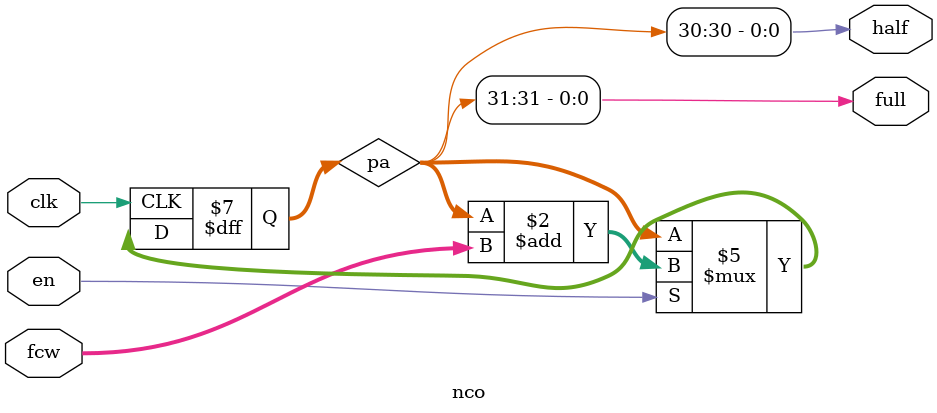
<source format=v>
`timescale 1ns / 1ps


module nco (
    input wire en,
    input wire clk,
    input wire[31:0] fcw,
    output wire full,
    output wire half
    );
    
    reg [31:0] pa = 0;
    
    always @ (posedge clk) begin
        if(en) begin
            pa = pa + fcw;
        end
    end
    
    assign full = pa[31];
    assign half = pa[30];
    
endmodule

</source>
